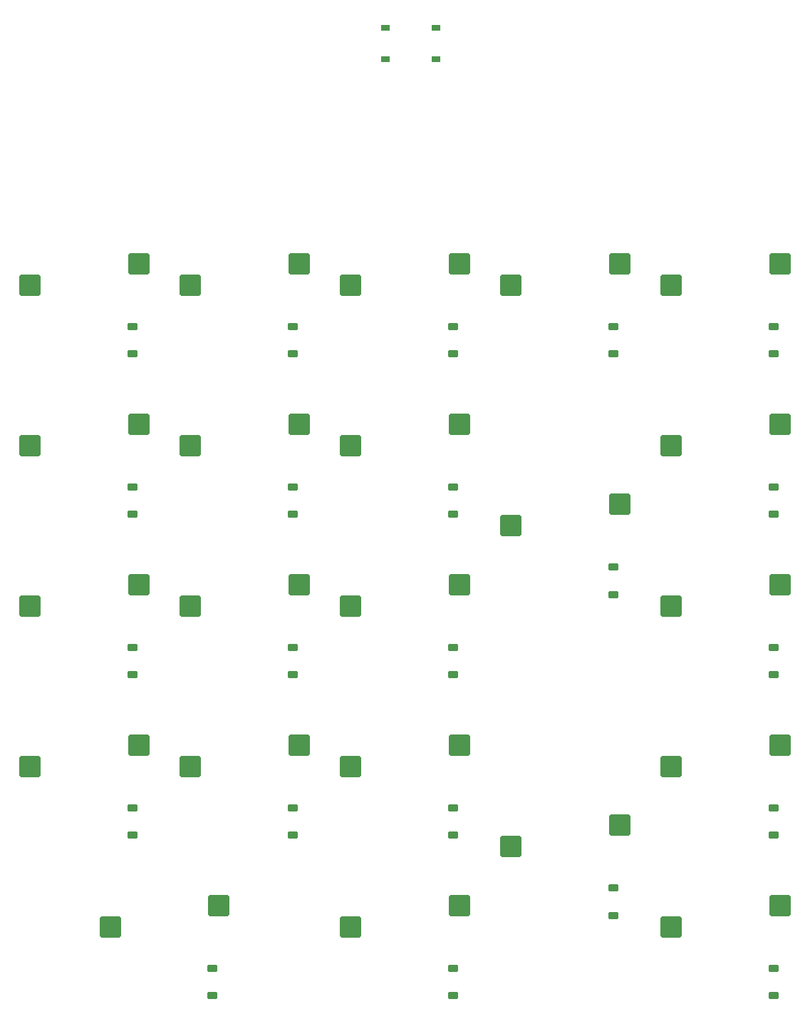
<source format=gbr>
%TF.GenerationSoftware,KiCad,Pcbnew,9.0.5*%
%TF.CreationDate,2025-11-02T15:08:23-08:00*%
%TF.ProjectId,MacroPad,4d616372-6f50-4616-942e-6b696361645f,rev?*%
%TF.SameCoordinates,Original*%
%TF.FileFunction,Paste,Bot*%
%TF.FilePolarity,Positive*%
%FSLAX46Y46*%
G04 Gerber Fmt 4.6, Leading zero omitted, Abs format (unit mm)*
G04 Created by KiCad (PCBNEW 9.0.5) date 2025-11-02 15:08:23*
%MOMM*%
%LPD*%
G01*
G04 APERTURE LIST*
G04 Aperture macros list*
%AMRoundRect*
0 Rectangle with rounded corners*
0 $1 Rounding radius*
0 $2 $3 $4 $5 $6 $7 $8 $9 X,Y pos of 4 corners*
0 Add a 4 corners polygon primitive as box body*
4,1,4,$2,$3,$4,$5,$6,$7,$8,$9,$2,$3,0*
0 Add four circle primitives for the rounded corners*
1,1,$1+$1,$2,$3*
1,1,$1+$1,$4,$5*
1,1,$1+$1,$6,$7*
1,1,$1+$1,$8,$9*
0 Add four rect primitives between the rounded corners*
20,1,$1+$1,$2,$3,$4,$5,0*
20,1,$1+$1,$4,$5,$6,$7,0*
20,1,$1+$1,$6,$7,$8,$9,0*
20,1,$1+$1,$8,$9,$2,$3,0*%
G04 Aperture macros list end*
%ADD10RoundRect,0.225000X0.375000X-0.225000X0.375000X0.225000X-0.375000X0.225000X-0.375000X-0.225000X0*%
%ADD11RoundRect,0.250000X-1.025000X-1.000000X1.025000X-1.000000X1.025000X1.000000X-1.025000X1.000000X0*%
%ADD12R,1.000000X0.750000*%
G04 APERTURE END LIST*
D10*
%TO.C,D19*%
X73950000Y-163100000D03*
X73950000Y-159800000D03*
%TD*%
%TO.C,D12*%
X102525000Y-125000000D03*
X102525000Y-121700000D03*
%TD*%
%TO.C,D3*%
X102525000Y-86900000D03*
X102525000Y-83600000D03*
%TD*%
%TO.C,D21*%
X121575000Y-153575000D03*
X121575000Y-150275000D03*
%TD*%
%TO.C,D9*%
X140625000Y-105950000D03*
X140625000Y-102650000D03*
%TD*%
%TO.C,D5*%
X140625000Y-86900000D03*
X140625000Y-83600000D03*
%TD*%
%TO.C,D14*%
X140625000Y-125000000D03*
X140625000Y-121700000D03*
%TD*%
%TO.C,D15*%
X64425000Y-144050000D03*
X64425000Y-140750000D03*
%TD*%
%TO.C,D6*%
X64425000Y-105950000D03*
X64425000Y-102650000D03*
%TD*%
%TO.C,D11*%
X83475000Y-125000000D03*
X83475000Y-121700000D03*
%TD*%
%TO.C,D2*%
X83475000Y-86900000D03*
X83475000Y-83600000D03*
%TD*%
%TO.C,D1*%
X64425000Y-86900000D03*
X64425000Y-83600000D03*
%TD*%
%TO.C,D4*%
X121575000Y-86900000D03*
X121575000Y-83600000D03*
%TD*%
%TO.C,D13*%
X121575000Y-115475000D03*
X121575000Y-112175000D03*
%TD*%
%TO.C,D10*%
X64425000Y-125000000D03*
X64425000Y-121700000D03*
%TD*%
%TO.C,D17*%
X102525000Y-144050000D03*
X102525000Y-140750000D03*
%TD*%
%TO.C,D18*%
X140625000Y-144050000D03*
X140625000Y-140750000D03*
%TD*%
%TO.C,D7*%
X83475000Y-105950000D03*
X83475000Y-102650000D03*
%TD*%
%TO.C,D8*%
X102525000Y-105950000D03*
X102525000Y-102650000D03*
%TD*%
%TO.C,D22*%
X140625000Y-163100000D03*
X140625000Y-159800000D03*
%TD*%
%TO.C,D20*%
X102525000Y-163100000D03*
X102525000Y-159800000D03*
%TD*%
%TO.C,D16*%
X83475000Y-144050000D03*
X83475000Y-140750000D03*
%TD*%
D11*
%TO.C,SW16*%
X71310000Y-135860000D03*
X84237000Y-133320000D03*
%TD*%
%TO.C,SW6*%
X52260000Y-97760000D03*
X65187000Y-95220000D03*
%TD*%
%TO.C,SW15*%
X52260000Y-135860000D03*
X65187000Y-133320000D03*
%TD*%
%TO.C,SW1*%
X52260000Y-78710000D03*
X65187000Y-76170000D03*
%TD*%
%TO.C,SW12*%
X90360000Y-116810000D03*
X103287000Y-114270000D03*
%TD*%
%TO.C,SW21*%
X109410000Y-145385000D03*
X122337000Y-142845000D03*
%TD*%
%TO.C,SW18*%
X128460000Y-135860000D03*
X141387000Y-133320000D03*
%TD*%
%TO.C,SW2*%
X71310000Y-78710000D03*
X84237000Y-76170000D03*
%TD*%
%TO.C,SW19*%
X61785000Y-154910000D03*
X74712000Y-152370000D03*
%TD*%
%TO.C,SW17*%
X90360000Y-135860000D03*
X103287000Y-133320000D03*
%TD*%
%TO.C,SW5*%
X128460000Y-78710000D03*
X141387000Y-76170000D03*
%TD*%
%TO.C,SW11*%
X71310000Y-116810000D03*
X84237000Y-114270000D03*
%TD*%
%TO.C,SW7*%
X71310000Y-97760000D03*
X84237000Y-95220000D03*
%TD*%
%TO.C,SW4*%
X109410000Y-78710000D03*
X122337000Y-76170000D03*
%TD*%
%TO.C,SW10*%
X52260000Y-116810000D03*
X65187000Y-114270000D03*
%TD*%
%TO.C,SW14*%
X128460000Y-116810000D03*
X141387000Y-114270000D03*
%TD*%
%TO.C,SW13*%
X109410000Y-107285000D03*
X122337000Y-104745000D03*
%TD*%
%TO.C,SW3*%
X90360000Y-78710000D03*
X103287000Y-76170000D03*
%TD*%
%TO.C,SW20*%
X90360000Y-154910000D03*
X103287000Y-152370000D03*
%TD*%
%TO.C,SW8*%
X90360000Y-97760000D03*
X103287000Y-95220000D03*
%TD*%
%TO.C,SW22*%
X128460000Y-154910000D03*
X141387000Y-152370000D03*
%TD*%
%TO.C,SW9*%
X128460000Y-97760000D03*
X141387000Y-95220000D03*
%TD*%
D12*
%TO.C,SWR*%
X100500000Y-48125000D03*
X94500000Y-48125000D03*
X100500000Y-51875000D03*
X94500000Y-51875000D03*
%TD*%
M02*

</source>
